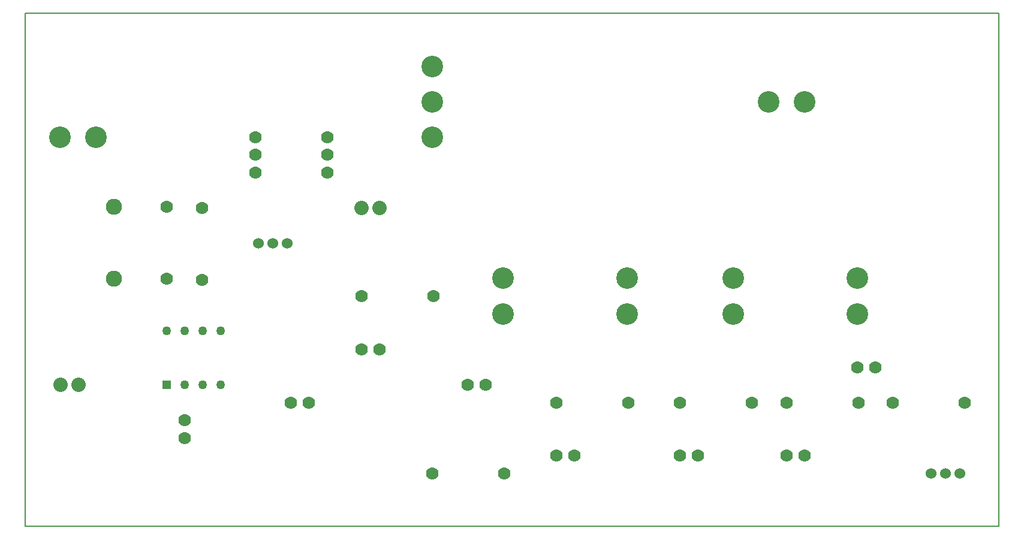
<source format=gbr>
G04 PROTEUS GERBER X2 FILE*
%TF.GenerationSoftware,Labcenter,Proteus,8.13-SP0-Build31525*%
%TF.CreationDate,2022-10-31T03:05:26+00:00*%
%TF.FileFunction,Copper,L1,Top*%
%TF.FilePolarity,Positive*%
%TF.Part,Single*%
%TF.SameCoordinates,{c032f36a-8843-4a41-912d-e50223fc27ad}*%
%FSLAX45Y45*%
%MOMM*%
G01*
%TA.AperFunction,ComponentPad*%
%ADD10C,3.048000*%
%ADD11C,2.286000*%
%ADD12C,1.778000*%
%ADD13C,2.032000*%
%TA.AperFunction,ComponentPad*%
%ADD14C,1.524000*%
%TA.AperFunction,ComponentPad*%
%ADD15R,1.270000X1.270000*%
%ADD16C,1.270000*%
%TA.AperFunction,Profile*%
%ADD17C,0.203200*%
%TD.AperFunction*%
D10*
X-12750000Y+8250000D03*
X-13258000Y+8250000D03*
X-3250000Y+8750000D03*
X-2742000Y+8750000D03*
D11*
X-12500000Y+7266000D03*
X-12500000Y+6250000D03*
D12*
X-11750000Y+6250000D03*
X-11750000Y+7266000D03*
X-11250000Y+7250000D03*
X-11250000Y+6234000D03*
D10*
X-8000000Y+9250000D03*
X-8000000Y+8749620D03*
X-8000000Y+8249240D03*
D12*
X-10500000Y+8000000D03*
X-9484000Y+8000000D03*
X-10500000Y+7750000D03*
X-9484000Y+7750000D03*
X-10500000Y+8250000D03*
X-9484000Y+8250000D03*
D13*
X-13250000Y+4750000D03*
X-12996000Y+4750000D03*
X-9000000Y+7250000D03*
X-8746000Y+7250000D03*
D14*
X-546800Y+3500000D03*
X-750000Y+3500000D03*
X-953200Y+3500000D03*
D15*
X-11750000Y+4750000D03*
D16*
X-11496000Y+4750000D03*
X-11242000Y+4750000D03*
X-10988000Y+4750000D03*
X-10988000Y+5512000D03*
X-11242000Y+5512000D03*
X-11496000Y+5512000D03*
X-11750000Y+5512000D03*
D10*
X-7000000Y+5750000D03*
X-7000000Y+6258000D03*
X-5250000Y+5750000D03*
X-5250000Y+6258000D03*
X-3750000Y+5750000D03*
X-3750000Y+6258000D03*
X-2000000Y+5750000D03*
X-2000000Y+6258000D03*
D12*
X-11500000Y+4250000D03*
X-11500000Y+3996000D03*
X-6250000Y+4500000D03*
X-5234000Y+4500000D03*
X-4500000Y+4500000D03*
X-3484000Y+4500000D03*
X-3000000Y+4500000D03*
X-1984000Y+4500000D03*
X-1500000Y+4500000D03*
X-484000Y+4500000D03*
D14*
X-10453200Y+6750000D03*
X-10250000Y+6750000D03*
X-10046800Y+6750000D03*
D12*
X-6250000Y+3750000D03*
X-5996000Y+3750000D03*
X-4500000Y+3750000D03*
X-4246000Y+3750000D03*
X-3000000Y+3750000D03*
X-2746000Y+3750000D03*
X-7500000Y+4750000D03*
X-7246000Y+4750000D03*
X-10000000Y+4500000D03*
X-9746000Y+4500000D03*
X-9000000Y+5250000D03*
X-8746000Y+5250000D03*
X-8000000Y+3500000D03*
X-6984000Y+3500000D03*
X-2000000Y+5000000D03*
X-1746000Y+5000000D03*
X-9000000Y+6000000D03*
X-7984000Y+6000000D03*
D17*
X-13750000Y+2750000D02*
X+0Y+2750000D01*
X+0Y+10000000D01*
X-13750000Y+10000000D01*
X-13750000Y+2750000D01*
M02*

</source>
